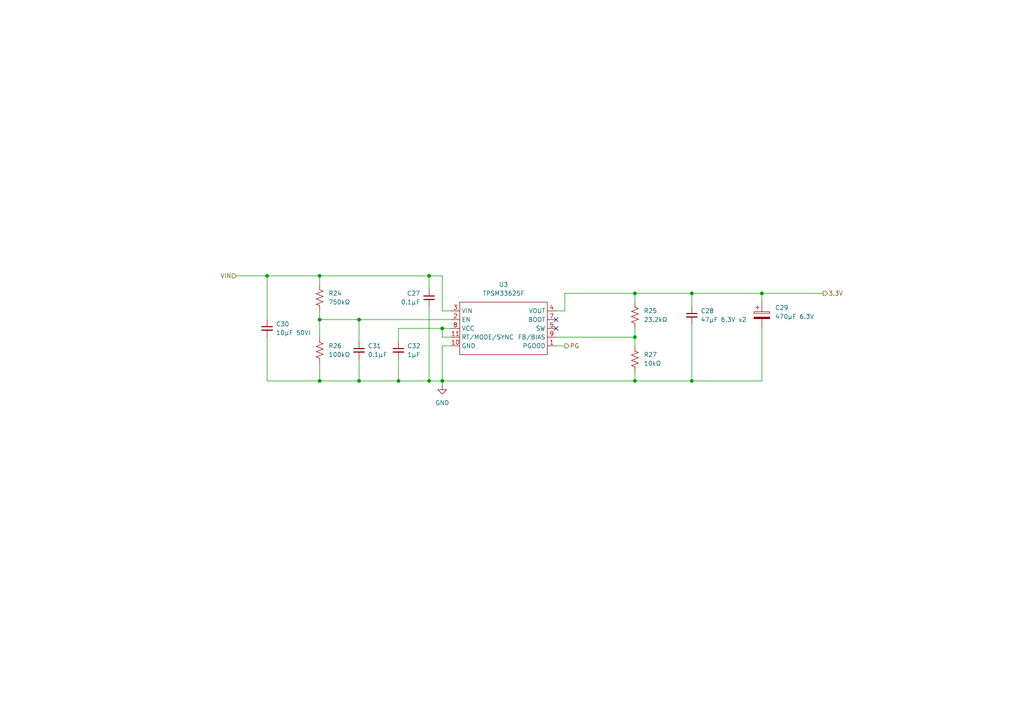
<source format=kicad_sch>
(kicad_sch (version 20231120) (generator "eeschema") (generator_version "8.0")
  (paper "A4")
  (lib_symbols
    (symbol "BW_Active:TPSM33615/25"
      (property "Reference" "U" (at 0 10.922 0))
      (property "Value" "TPSM33615/25" (at 0 8.89 0))
      (symbol "TPSM33615/25_0_0"
        (pin output line (at 15.24 -5.08 180) (length 2.54) (name "PGOOD") (number "1"))
        (pin power_in line (at -15.24 -5.08 0) (length 2.54) (name "GND") (number "10"))
        (pin input line (at -15.24 -2.54 0) (length 2.54) (name "RT/MODE/SYNC") (number "11"))
        (pin input line (at -15.24 2.54 0) (length 2.54) (name "EN") (number "2"))
        (pin power_in line (at -15.24 5.08 0) (length 2.54) (name "VIN") (number "3"))
        (pin power_out line (at 15.24 5.08 180) (length 2.54) (name "VOUT") (number "4"))
        (pin passive line (at 15.24 0 180) (length 2.54) (name "SW") (number "5"))
        (pin passive line (at 15.24 0 180) (length 2.54) hide (name "SW") (number "6"))
        (pin passive line (at 15.24 2.54 180) (length 2.54) (name "BOOT") (number "7"))
        (pin passive line (at -15.24 0 0) (length 2.54) (name "VCC") (number "8"))
        (pin input line (at 15.24 -2.54 180) (length 2.54) (name "FB/BIAS") (number "9"))
      )
      (symbol "TPSM33615/25_0_1"
        (rectangle (start -12.7 7.62) (end 12.7 -7.62))
      )
    )
    (symbol "Device:C_Polarized" (pin_numbers hide) (pin_names (offset 0.254))
      (property "Reference" "C" (at 0.635 2.54 0))
      (property "Value" "C_Polarized" (at 0.635 -2.54 0))
      (symbol "C_Polarized_0_1"
        (rectangle (start -2.286 0.508) (end 2.286 1.016))
        (polyline (pts (xy -1.778 2.286) (xy -0.762 2.286)))
        (polyline (pts (xy -1.27 2.794) (xy -1.27 1.778)))
        (rectangle (start 2.286 -0.508) (end -2.286 -1.016) (fill (type outline)))
      )
      (symbol "C_Polarized_1_1"
        (pin passive line (at 0 3.81 270) (length 2.794) (name "~") (number "1"))
        (pin passive line (at 0 -3.81 90) (length 2.794) (name "~") (number "2"))
      )
    )
    (symbol "Device:C_Small" (pin_numbers hide) (pin_names (offset 0.254) hide)
      (property "Reference" "C" (at 0.254 1.778 0))
      (property "Value" "C_Small" (at 0.254 -2.032 0))
      (symbol "C_Small_0_1"
        (polyline (pts (xy -1.524 -0.508) (xy 1.524 -0.508)) (stroke (width 0.3302)))
        (polyline (pts (xy -1.524 0.508) (xy 1.524 0.508)) (stroke (width 0.3048)))
      )
      (symbol "C_Small_1_1"
        (pin passive line (at 0 2.54 270) (length 2.032) (name "~") (number "1"))
        (pin passive line (at 0 -2.54 90) (length 2.032) (name "~") (number "2"))
      )
    )
    (symbol "Device:R_US" (pin_numbers hide) (pin_names (offset 0))
      (property "Reference" "R" (at 2.54 0 90))
      (property "Value" "R_US" (at -2.54 0 90))
      (symbol "R_US_0_1"
        (polyline (pts (xy 0 -2.286) (xy 0 -2.54)))
        (polyline (pts (xy 0 2.286) (xy 0 2.54)))
        (polyline (pts (xy 0 -0.762) (xy 1.016 -1.143) (xy 0 -1.524) (xy -1.016 -1.905) (xy 0 -2.286)))
        (polyline (pts (xy 0 0.762) (xy 1.016 0.381) (xy 0 0) (xy -1.016 -0.381) (xy 0 -0.762)))
        (polyline (pts (xy 0 2.286) (xy 1.016 1.905) (xy 0 1.524) (xy -1.016 1.143) (xy 0 0.762)))
      )
      (symbol "R_US_1_1"
        (pin passive line (at 0 3.81 270) (length 1.27) (name "~") (number "1"))
        (pin passive line (at 0 -3.81 90) (length 1.27) (name "~") (number "2"))
      )
    )
    (symbol "power:GND" (power) (pin_numbers hide) (pin_names (offset 0) hide)
      (property "Value" "GND" (at 0 -3.81 0))
      (symbol "GND_0_1"
        (polyline (pts (xy 0 0) (xy 0 -1.27) (xy 1.27 -1.27) (xy 0 -2.54) (xy -1.27 -1.27) (xy 0 -1.27)))
      )
      (symbol "GND_1_1"
        (pin power_in line (at 0 0 270) (length 0) (name "~") (number "1"))
      )
    )
  )
  (junction (at 200.66 85.09))
  (junction (at 184.15 85.09))
  (junction (at 92.71 80.01))
  (junction (at 220.98 85.09))
  (junction (at 104.14 110.49))
  (junction (at 115.57 110.49))
  (junction (at 77.47 80.01))
  (junction (at 124.46 110.49))
  (junction (at 200.66 110.49))
  (junction (at 128.27 110.49))
  (junction (at 184.15 97.79))
  (junction (at 92.71 92.71))
  (junction (at 104.14 92.71))
  (junction (at 128.27 95.25))
  (junction (at 92.71 110.49))
  (junction (at 184.15 110.49))
  (junction (at 124.46 80.01))
  (no_connect (at 161.29 95.25))
  (no_connect (at 161.29 92.71))
  (wire (pts (xy 68.58 80.01) (xy 77.47 80.01)))
  (wire (pts (xy 124.46 80.01) (xy 124.46 83.82)))
  (wire (pts (xy 77.47 80.01) (xy 92.71 80.01)))
  (wire (pts (xy 220.98 95.25) (xy 220.98 110.49)))
  (wire (pts (xy 104.14 110.49) (xy 115.57 110.49)))
  (wire (pts (xy 128.27 97.79) (xy 128.27 95.25)))
  (wire (pts (xy 184.15 110.49) (xy 200.66 110.49)))
  (wire (pts (xy 128.27 110.49) (xy 128.27 111.76)))
  (wire (pts (xy 163.83 85.09) (xy 184.15 85.09)))
  (wire (pts (xy 200.66 85.09) (xy 200.66 88.9)))
  (wire (pts (xy 130.81 97.79) (xy 128.27 97.79)))
  (wire (pts (xy 220.98 85.09) (xy 238.76 85.09)))
  (wire (pts (xy 92.71 110.49) (xy 104.14 110.49)))
  (wire (pts (xy 77.47 110.49) (xy 92.71 110.49)))
  (wire (pts (xy 115.57 110.49) (xy 124.46 110.49)))
  (wire (pts (xy 104.14 104.14) (xy 104.14 110.49)))
  (wire (pts (xy 77.47 97.79) (xy 77.47 110.49)))
  (wire (pts (xy 104.14 92.71) (xy 130.81 92.71)))
  (wire (pts (xy 161.29 90.17) (xy 163.83 90.17)))
  (wire (pts (xy 220.98 110.49) (xy 200.66 110.49)))
  (wire (pts (xy 128.27 100.33) (xy 130.81 100.33)))
  (wire (pts (xy 92.71 92.71) (xy 92.71 97.79)))
  (wire (pts (xy 184.15 110.49) (xy 128.27 110.49)))
  (wire (pts (xy 124.46 88.9) (xy 124.46 110.49)))
  (wire (pts (xy 128.27 80.01) (xy 124.46 80.01)))
  (wire (pts (xy 92.71 90.17) (xy 92.71 92.71)))
  (wire (pts (xy 184.15 107.95) (xy 184.15 110.49)))
  (wire (pts (xy 130.81 90.17) (xy 128.27 90.17)))
  (wire (pts (xy 184.15 97.79) (xy 184.15 100.33)))
  (wire (pts (xy 115.57 99.06) (xy 115.57 95.25)))
  (wire (pts (xy 161.29 100.33) (xy 163.83 100.33)))
  (wire (pts (xy 77.47 80.01) (xy 77.47 92.71)))
  (wire (pts (xy 124.46 110.49) (xy 128.27 110.49)))
  (wire (pts (xy 128.27 95.25) (xy 130.81 95.25)))
  (wire (pts (xy 92.71 92.71) (xy 104.14 92.71)))
  (wire (pts (xy 92.71 105.41) (xy 92.71 110.49)))
  (wire (pts (xy 163.83 90.17) (xy 163.83 85.09)))
  (wire (pts (xy 128.27 100.33) (xy 128.27 110.49)))
  (wire (pts (xy 184.15 97.79) (xy 184.15 95.25)))
  (wire (pts (xy 128.27 90.17) (xy 128.27 80.01)))
  (wire (pts (xy 115.57 95.25) (xy 128.27 95.25)))
  (wire (pts (xy 200.66 85.09) (xy 220.98 85.09)))
  (wire (pts (xy 200.66 93.98) (xy 200.66 110.49)))
  (wire (pts (xy 184.15 85.09) (xy 184.15 87.63)))
  (wire (pts (xy 184.15 85.09) (xy 200.66 85.09)))
  (wire (pts (xy 115.57 104.14) (xy 115.57 110.49)))
  (wire (pts (xy 161.29 97.79) (xy 184.15 97.79)))
  (wire (pts (xy 104.14 92.71) (xy 104.14 99.06)))
  (wire (pts (xy 220.98 85.09) (xy 220.98 87.63)))
  (wire (pts (xy 92.71 80.01) (xy 124.46 80.01)))
  (wire (pts (xy 92.71 80.01) (xy 92.71 82.55)))
  (hierarchical_label "PG" (shape output) (at 163.83 100.33 0))
  (hierarchical_label "3.3V" (shape output) (at 238.76 85.09 0))
  (hierarchical_label "VIN" (shape input) (at 68.58 80.01 180))
  (symbol (lib_id "Device:C_Small") (at 104.14 101.6 0) (unit 1)
    (property "Reference" "C31" (at 106.68 100.3362 0) (effects (justify left)))
    (property "Value" "0.1µF" (at 106.68 102.8762 0) (effects (justify left)))
    (property "Footprint" "Capacitor_SMD:C_0603_1608Metric" (effects (hide yes)))
    (property "Description" "Unpolarized capacitor, small symbol" (effects (hide yes)))
  )
  (symbol (lib_id "Device:C_Small") (at 115.57 101.6 0) (unit 1)
    (property "Reference" "C32" (at 118.11 100.3362 0) (effects (justify left)))
    (property "Value" "1µF" (at 118.11 102.8762 0) (effects (justify left)))
    (property "Footprint" "Capacitor_SMD:C_0603_1608Metric" (effects (hide yes)))
    (property "Description" "Unpolarized capacitor, small symbol" (effects (hide yes)))
  )
  (symbol (lib_id "Device:R_US") (at 92.71 86.36 0) (unit 1)
    (property "Reference" "R24" (at 95.25 85.0899 0) (effects (justify left)))
    (property "Value" "750kΩ" (at 95.25 87.6299 0) (effects (justify left)))
    (property "Footprint" "Resistor_SMD:R_0603_1608Metric" (effects (hide yes)))
    (property "Description" "Resistor, US symbol" (effects (hide yes)))
  )
  (symbol (lib_id "BW_Active:TPSM33615/25") (at 146.05 95.25 0) (unit 1)
    (property "Reference" "U3" (at 146.05 82.55 0))
    (property "Value" "TPSM33625F" (at 146.05 85.09 0))
    (property "Footprint" "BW_Active:TI_QFN-FCMOD-HR" (effects (hide yes)))
    (property "Datasheet" "https://www.ti.com/lit/ds/symlink/tpsm33625.pdf" (effects (hide yes)))
    (property "Description" "Buck module, 1.5/2.5A, 3-36Vin, 1-15Vout" (effects (hide yes)))
  )
  (symbol (lib_id "Device:C_Small") (at 200.66 91.44 0) (unit 1)
    (property "Reference" "C28" (at 203.2 90.1762 0) (effects (justify left)))
    (property "Value" "47µF 6.3V x2" (at 203.2 92.7162 0) (effects (justify left)))
    (property "Footprint" "Capacitor_SMD:C_1210_3225Metric" (effects (hide yes)))
    (property "Description" "Unpolarized capacitor, small symbol" (effects (hide yes)))
  )
  (symbol (lib_id "Device:C_Polarized") (at 220.98 91.44 0) (unit 1)
    (property "Reference" "C29" (at 224.79 89.2809 0) (effects (justify left)))
    (property "Value" "470µF 6.3V" (at 224.79 91.8209 0) (effects (justify left)))
    (property "Footprint" "Capacitor_THT:CP_Radial_D6.3mm_P2.50mm" (effects (hide yes)))
    (property "Description" "Polarized capacitor" (effects (hide yes)))
  )
  (symbol (lib_id "power:GND") (at 128.27 111.76 0) (unit 1)
    (property "Reference" "#PWR014" (effects (hide yes)))
    (property "Value" "GND" (at 128.27 116.84 0))
    (property "Description" "Power symbol creates a global label with name \"GND\" , ground" (effects (hide yes)))
  )
  (symbol (lib_id "Device:C_Small") (at 124.46 86.36 0) (unit 1)
    (property "Reference" "C27" (at 121.92 85.0962 0) (effects (justify right)))
    (property "Value" "0.1µF" (at 121.92 87.6362 0) (effects (justify right)))
    (property "Footprint" "Capacitor_SMD:C_0603_1608Metric" (effects (hide yes)))
    (property "Description" "Unpolarized capacitor, small symbol" (effects (hide yes)))
  )
  (symbol (lib_id "Device:C_Small") (at 77.47 95.25 0) (unit 1)
    (property "Reference" "C30" (at 80.01 93.9862 0) (effects (justify left)))
    (property "Value" "10µF 50Vl" (at 80.01 96.5262 0) (effects (justify left)))
    (property "Footprint" "Capacitor_SMD:C_1210_3225Metric" (effects (hide yes)))
    (property "Description" "Unpolarized capacitor, small symbol" (effects (hide yes)))
  )
  (symbol (lib_id "Device:R_US") (at 92.71 101.6 0) (unit 1)
    (property "Reference" "R26" (at 95.25 100.3299 0) (effects (justify left)))
    (property "Value" "100kΩ" (at 95.25 102.8699 0) (effects (justify left)))
    (property "Footprint" "Resistor_SMD:R_0603_1608Metric" (effects (hide yes)))
    (property "Description" "Resistor, US symbol" (effects (hide yes)))
  )
  (symbol (lib_id "Device:R_US") (at 184.15 91.44 0) (unit 1)
    (property "Reference" "R25" (at 186.69 90.1699 0) (effects (justify left)))
    (property "Value" "23.2kΩ" (at 186.69 92.7099 0) (effects (justify left)))
    (property "Footprint" "Resistor_SMD:R_0603_1608Metric" (effects (hide yes)))
    (property "Description" "Resistor, US symbol" (effects (hide yes)))
  )
  (symbol (lib_id "Device:R_US") (at 184.15 104.14 0) (unit 1)
    (property "Reference" "R27" (at 186.69 102.8699 0) (effects (justify left)))
    (property "Value" "10kΩ" (at 186.69 105.4099 0) (effects (justify left)))
    (property "Footprint" "Resistor_SMD:R_0603_1608Metric" (effects (hide yes)))
    (property "Description" "Resistor, US symbol" (effects (hide yes)))
  )
)
</source>
